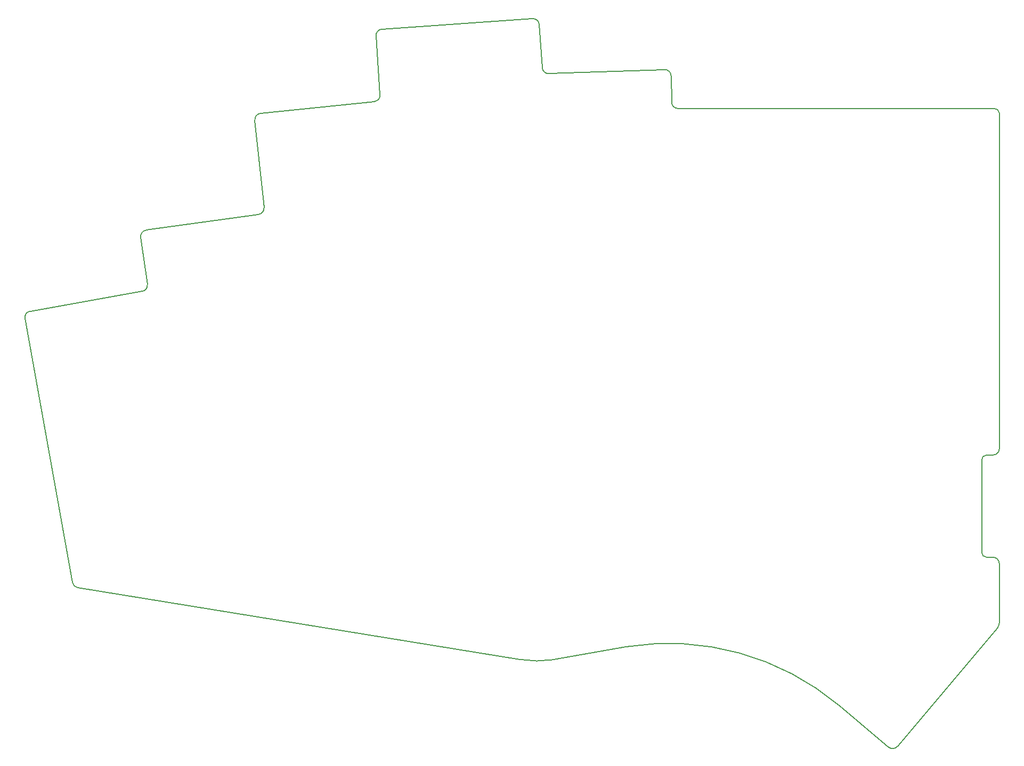
<source format=gbr>
%TF.GenerationSoftware,KiCad,Pcbnew,7.0.7*%
%TF.CreationDate,2023-12-03T19:36:59+01:00*%
%TF.ProjectId,nightliner,6e696768-746c-4696-9e65-722e6b696361,rev?*%
%TF.SameCoordinates,Original*%
%TF.FileFunction,Profile,NP*%
%FSLAX46Y46*%
G04 Gerber Fmt 4.6, Leading zero omitted, Abs format (unit mm)*
G04 Created by KiCad (PCBNEW 7.0.7) date 2023-12-03 19:36:59*
%MOMM*%
%LPD*%
G01*
G04 APERTURE LIST*
%TA.AperFunction,Profile*%
%ADD10C,0.200000*%
%TD*%
G04 APERTURE END LIST*
D10*
X148082000Y-132588000D02*
X155894551Y-139170881D01*
X75357976Y-24975766D02*
G75*
G03*
X74430167Y-26043038I69724J-997534D01*
G01*
X19463111Y-69827544D02*
X37275512Y-66686737D01*
X74430166Y-26043038D02*
X75084814Y-35404942D01*
X172465991Y-92709999D02*
X171450000Y-92710000D01*
X101881091Y-32049016D02*
X120286206Y-31406295D01*
X37039475Y-58072710D02*
X38092132Y-65562756D01*
X56067979Y-38374109D02*
X74191778Y-36469221D01*
X19463111Y-69827542D02*
G75*
G03*
X18651953Y-70986000I173649J-984808D01*
G01*
X148081999Y-132588001D02*
G75*
G03*
X114194118Y-123202277I-27177999J-32257999D01*
G01*
X173482001Y-109981978D02*
G75*
G03*
X172466000Y-108965999I-1016001J-22D01*
G01*
X100848716Y-31119375D02*
G75*
G03*
X101881091Y-32049016I997584J69775D01*
G01*
X18651952Y-70986000D02*
X26180232Y-112967941D01*
X100366831Y-24229370D02*
X100848627Y-31119381D01*
X121412624Y-36575999D02*
G75*
G03*
X122428000Y-37591376I1015376J-1D01*
G01*
X37890570Y-56943269D02*
X55779506Y-54429143D01*
X55779514Y-54429198D02*
G75*
G03*
X56634854Y-53334346I-139214J990298D01*
G01*
X100366842Y-24229369D02*
G75*
G03*
X99299510Y-23301562I-997542J-69731D01*
G01*
X97282000Y-125222000D02*
X27015800Y-113792000D01*
X157303383Y-139047624D02*
X173228000Y-120141999D01*
X171449992Y-108965999D02*
X172466000Y-108965999D01*
X155894594Y-139170829D02*
G75*
G03*
X157303382Y-139047624I642806J765829D01*
G01*
X121320496Y-32370786D02*
X121412623Y-36575999D01*
X56067978Y-38374102D02*
G75*
G03*
X55177985Y-39473159I104622J-994598D01*
G01*
X75357973Y-24975717D02*
X99299510Y-23301562D01*
X37275515Y-66686756D02*
G75*
G03*
X38092132Y-65562757I-173715J984856D01*
G01*
X37890573Y-56943292D02*
G75*
G03*
X37039476Y-58072710I139227J-990308D01*
G01*
X55177985Y-39473159D02*
X56634855Y-53334346D01*
X170688001Y-108203979D02*
G75*
G03*
X171449992Y-108965999I761999J-21D01*
G01*
X173482001Y-38354000D02*
G75*
G03*
X172719989Y-37591999I-762001J0D01*
G01*
X170688001Y-93471999D02*
X170688000Y-108203979D01*
X121320504Y-32370786D02*
G75*
G03*
X120286205Y-31406295I-999404J-34914D01*
G01*
X122428000Y-37591998D02*
X172719989Y-37591999D01*
X171450000Y-92710001D02*
G75*
G03*
X170688001Y-93471999I0J-761999D01*
G01*
X114194118Y-123202277D02*
X102622547Y-125263239D01*
X173482000Y-38354000D02*
X173482000Y-91693999D01*
X26180244Y-112967939D02*
G75*
G03*
X27015800Y-113791999I997756J176039D01*
G01*
X97282000Y-125221999D02*
G75*
G03*
X102622547Y-125263238I2794000J16002099D01*
G01*
X74191781Y-36469249D02*
G75*
G03*
X75084813Y-35404942I-104681J994649D01*
G01*
X172465991Y-92710000D02*
G75*
G03*
X173482000Y-91693999I9J1016000D01*
G01*
X173228000Y-120141999D02*
G75*
G03*
X173482000Y-119379999I-1016000J761999D01*
G01*
X173482000Y-109981978D02*
X173482000Y-119379999D01*
M02*

</source>
